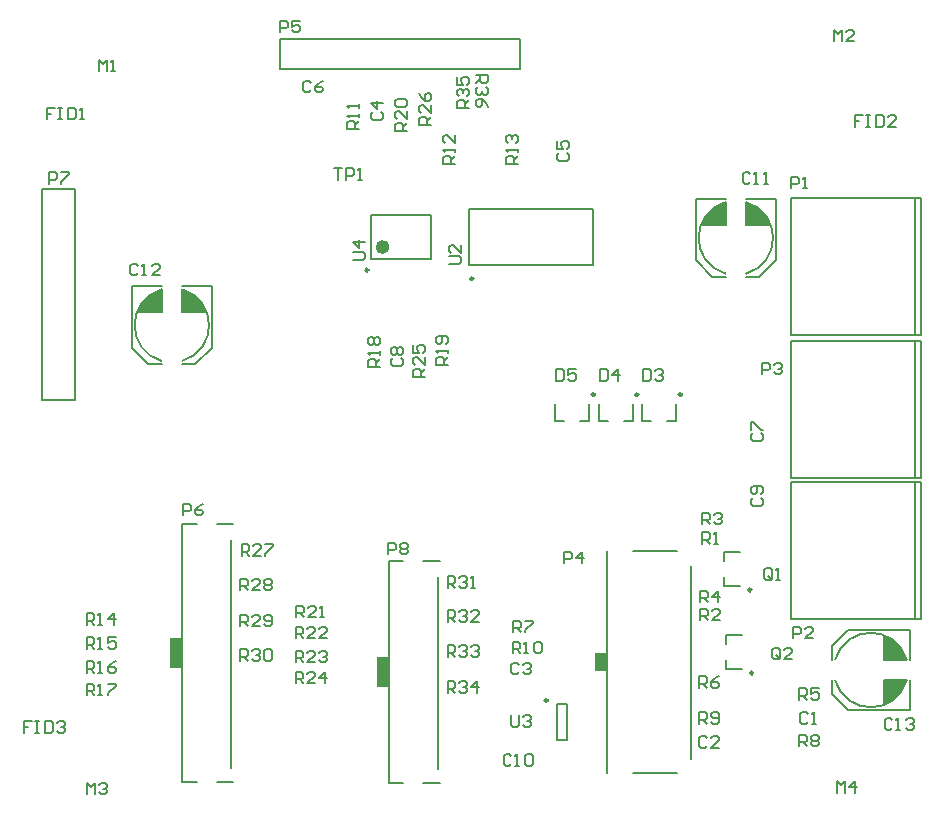
<source format=gto>
G04*
G04 #@! TF.GenerationSoftware,Altium Limited,Altium Designer,24.8.2 (39)*
G04*
G04 Layer_Color=65535*
%FSAX44Y44*%
%MOMM*%
G71*
G04*
G04 #@! TF.SameCoordinates,ED335716-89E2-4A76-9CEC-4F5FE7A58361*
G04*
G04*
G04 #@! TF.FilePolarity,Positive*
G04*
G01*
G75*
%ADD10C,0.2000*%
%ADD11C,0.2500*%
%ADD12C,0.6000*%
%ADD13R,1.0000X1.5000*%
%ADD14R,1.0000X2.5000*%
G36*
X00137550Y00436320D02*
Y00455320D01*
X00131050Y00452820D01*
X00125050Y00448820D01*
X00120550Y00443320D01*
X00116550Y00436320D01*
X00137550D01*
D02*
G37*
G36*
X00154550D02*
Y00455320D01*
X00161050Y00452820D01*
X00167050Y00448820D01*
X00171550Y00443320D01*
X00175550Y00436320D01*
X00154550D01*
D02*
G37*
G36*
X00615070Y00510240D02*
Y00529240D01*
X00608570Y00526740D01*
X00602570Y00522740D01*
X00598070Y00517240D01*
X00594070Y00510240D01*
X00615070D01*
D02*
G37*
G36*
X00748870Y00124850D02*
X00767870D01*
X00765370Y00118350D01*
X00761370Y00112350D01*
X00755870Y00107850D01*
X00748870Y00103850D01*
Y00124850D01*
D02*
G37*
G36*
Y00141850D02*
X00767870D01*
X00765370Y00148350D01*
X00761370Y00154350D01*
X00755870Y00158850D01*
X00748870Y00162850D01*
Y00141850D01*
D02*
G37*
G36*
X00632070Y00510240D02*
Y00529240D01*
X00638570Y00526740D01*
X00644570Y00522740D01*
X00649070Y00517240D01*
X00653070Y00510240D01*
X00632070D01*
D02*
G37*
D10*
X00632291Y00468971D02*
G03*
X00632157Y00529547I-00008722J00030268D01*
G01*
X00614983D02*
G03*
X00614849Y00468971I00008587J-00030307D01*
G01*
X00154771Y00395051D02*
G03*
X00154637Y00455627I-00008722J00030268D01*
G01*
X00137463D02*
G03*
X00137329Y00395051I00008587J-00030307D01*
G01*
X00707601Y00124628D02*
G03*
X00768177Y00124763I00030268J00008722D01*
G01*
Y00141937D02*
G03*
X00707601Y00142072I-00030307J-00008587D01*
G01*
X00237300Y00667700D02*
X00440500D01*
X00237300Y00642300D02*
X00440500D01*
X00237300D02*
Y00667700D01*
X00440500Y00642300D02*
Y00667700D01*
X00514400Y00234000D02*
X00514400Y00046000D01*
X00536400D02*
X00573400D01*
X00585400Y00058000D02*
Y00221000D01*
X00536400Y00234000D02*
X00573400D01*
X00589570Y00532240D02*
X00615070D01*
X00632070D02*
X00657570D01*
X00632070Y00466240D02*
X00643570D01*
X00603570D02*
X00615070D01*
X00632070Y00510240D02*
Y00529240D01*
Y00510240D02*
X00653070D01*
X00594070D02*
X00615070D01*
Y00529240D01*
X00589570Y00480240D02*
Y00532240D01*
X00657570Y00480240D02*
Y00532240D01*
X00643570Y00466240D02*
X00657570Y00480240D01*
X00589570D02*
X00603570Y00466240D01*
X00112050Y00458320D02*
X00137550D01*
X00154550D02*
X00180050D01*
X00154550Y00392320D02*
X00166050D01*
X00126050D02*
X00137550D01*
X00154550Y00436320D02*
Y00455320D01*
Y00436320D02*
X00175550D01*
X00116550D02*
X00137550D01*
Y00455320D01*
X00112050Y00406320D02*
Y00458320D01*
X00180050Y00406320D02*
Y00458320D01*
X00166050Y00392320D02*
X00180050Y00406320D01*
X00112050D02*
X00126050Y00392320D01*
X00770870Y00141850D02*
Y00167350D01*
Y00099350D02*
Y00124850D01*
X00704870Y00113350D02*
Y00124850D01*
Y00141850D02*
Y00153350D01*
X00748870Y00124850D02*
X00767870D01*
X00748870Y00103850D02*
Y00124850D01*
Y00141850D02*
Y00162850D01*
Y00141850D02*
X00767870D01*
X00718870Y00167350D02*
X00770870D01*
X00718870Y00099350D02*
X00770870D01*
X00704870Y00113350D02*
X00718870Y00099350D01*
X00704870Y00153350D02*
X00718870Y00167350D01*
X00775170Y00176950D02*
Y00292950D01*
X00670170Y00176950D02*
X00780170D01*
X00670170D02*
Y00292950D01*
X00780170D01*
Y00176950D02*
Y00292950D01*
X00470640Y00344310D02*
X00478390D01*
X00470640D02*
Y00358310D01*
X00491890Y00344310D02*
X00499640D01*
Y00358310D01*
X00330000Y00225500D02*
X00330000Y00037500D01*
X00342000D01*
X00330000Y00225500D02*
X00342000D01*
X00359000Y00037500D02*
X00373000D01*
X00359000Y00225500D02*
X00373000D01*
X00371000Y00049500D02*
Y00212500D01*
X00544300Y00344310D02*
X00552050D01*
X00544300D02*
Y00358310D01*
X00565550Y00344310D02*
X00573300D01*
Y00358310D01*
X00507470Y00344310D02*
X00515220D01*
X00507470D02*
Y00358310D01*
X00528720Y00344310D02*
X00536470D01*
Y00358310D01*
X00780000Y00417400D02*
Y00533400D01*
X00670000D02*
X00780000D01*
X00670000Y00417400D02*
Y00533400D01*
Y00417400D02*
X00780000D01*
X00775000D02*
Y00533400D01*
X00780170Y00296330D02*
Y00412330D01*
X00670170D02*
X00780170D01*
X00670170Y00296330D02*
Y00412330D01*
Y00296330D02*
X00780170D01*
X00775170D02*
Y00412330D01*
X00613250Y00204550D02*
X00627250D01*
X00613250D02*
Y00212300D01*
Y00233550D02*
X00627250D01*
X00613250Y00225800D02*
Y00233550D01*
X00614820Y00134090D02*
X00628820D01*
X00614820D02*
Y00141840D01*
Y00163090D02*
X00628820D01*
X00614820Y00155340D02*
Y00163090D01*
X00184000Y00256770D02*
X00198000D01*
X00184000Y00038770D02*
X00198000D01*
X00155000Y00256770D02*
X00167000D01*
X00155000Y00038770D02*
X00167000D01*
X00155000Y00256770D02*
X00155000Y00038770D01*
X00196000Y00050770D02*
Y00243770D01*
X00481000Y00074500D02*
Y00104500D01*
X00472000Y00074500D02*
Y00104500D01*
Y00074500D02*
X00481000D01*
X00472000Y00104500D02*
X00481000D01*
X00036100Y00540200D02*
X00064000D01*
X00036000Y00540100D02*
X00036100Y00540200D01*
X00036000Y00362300D02*
Y00540100D01*
X00064000Y00362300D02*
Y00540100D01*
X00036000Y00362300D02*
X00064000D01*
X00365500Y00481500D02*
Y00518500D01*
X00314500Y00481500D02*
Y00518500D01*
X00365500D01*
X00314500Y00481500D02*
X00365500D01*
X00502500Y00476000D02*
Y00524000D01*
X00397500Y00476000D02*
Y00524000D01*
X00502500D01*
X00397500Y00476000D02*
X00502500D01*
X00403942Y00636899D02*
X00413938D01*
Y00631901D01*
X00412272Y00630234D01*
X00408940D01*
X00407274Y00631901D01*
Y00636899D01*
Y00633567D02*
X00403942Y00630234D01*
X00412272Y00626902D02*
X00413938Y00625236D01*
Y00621904D01*
X00412272Y00620238D01*
X00410606D01*
X00408940Y00621904D01*
Y00623570D01*
Y00621904D01*
X00407274Y00620238D01*
X00405608D01*
X00403942Y00621904D01*
Y00625236D01*
X00405608Y00626902D01*
X00413938Y00610241D02*
X00412272Y00613573D01*
X00408940Y00616905D01*
X00405608D01*
X00403942Y00615239D01*
Y00611907D01*
X00405608Y00610241D01*
X00407274D01*
X00408940Y00611907D01*
Y00616905D01*
X00397428Y00608971D02*
X00387432D01*
Y00613969D01*
X00389098Y00615635D01*
X00392430D01*
X00394096Y00613969D01*
Y00608971D01*
Y00612303D02*
X00397428Y00615635D01*
X00389098Y00618968D02*
X00387432Y00620634D01*
Y00623966D01*
X00389098Y00625632D01*
X00390764D01*
X00392430Y00623966D01*
Y00622300D01*
Y00623966D01*
X00394096Y00625632D01*
X00395762D01*
X00397428Y00623966D01*
Y00620634D01*
X00395762Y00618968D01*
X00387432Y00635629D02*
Y00628965D01*
X00392430D01*
X00390764Y00632297D01*
Y00633963D01*
X00392430Y00635629D01*
X00395762D01*
X00397428Y00633963D01*
Y00630631D01*
X00395762Y00628965D01*
X00471678Y00388457D02*
Y00378460D01*
X00476676D01*
X00478343Y00380126D01*
Y00386791D01*
X00476676Y00388457D01*
X00471678D01*
X00488339D02*
X00481675D01*
Y00383458D01*
X00485007Y00385125D01*
X00486673D01*
X00488339Y00383458D01*
Y00380126D01*
X00486673Y00378460D01*
X00483341D01*
X00481675Y00380126D01*
X00329489Y00231222D02*
Y00241218D01*
X00334488D01*
X00336154Y00239552D01*
Y00236220D01*
X00334488Y00234554D01*
X00329489D01*
X00339486Y00239552D02*
X00341152Y00241218D01*
X00344484D01*
X00346151Y00239552D01*
Y00237886D01*
X00344484Y00236220D01*
X00346151Y00234554D01*
Y00232888D01*
X00344484Y00231222D01*
X00341152D01*
X00339486Y00232888D01*
Y00234554D01*
X00341152Y00236220D01*
X00339486Y00237886D01*
Y00239552D01*
X00341152Y00236220D02*
X00344484D01*
X00379476Y00114300D02*
Y00124297D01*
X00384474D01*
X00386141Y00122631D01*
Y00119298D01*
X00384474Y00117632D01*
X00379476D01*
X00382808D02*
X00386141Y00114300D01*
X00389473Y00122631D02*
X00391139Y00124297D01*
X00394471D01*
X00396137Y00122631D01*
Y00120964D01*
X00394471Y00119298D01*
X00392805D01*
X00394471D01*
X00396137Y00117632D01*
Y00115966D01*
X00394471Y00114300D01*
X00391139D01*
X00389473Y00115966D01*
X00404468Y00114300D02*
Y00124297D01*
X00399470Y00119298D01*
X00406134D01*
X00379476Y00144780D02*
Y00154777D01*
X00384474D01*
X00386141Y00153111D01*
Y00149778D01*
X00384474Y00148112D01*
X00379476D01*
X00382808D02*
X00386141Y00144780D01*
X00389473Y00153111D02*
X00391139Y00154777D01*
X00394471D01*
X00396137Y00153111D01*
Y00151445D01*
X00394471Y00149778D01*
X00392805D01*
X00394471D01*
X00396137Y00148112D01*
Y00146446D01*
X00394471Y00144780D01*
X00391139D01*
X00389473Y00146446D01*
X00399470Y00153111D02*
X00401136Y00154777D01*
X00404468D01*
X00406134Y00153111D01*
Y00151445D01*
X00404468Y00149778D01*
X00402802D01*
X00404468D01*
X00406134Y00148112D01*
Y00146446D01*
X00404468Y00144780D01*
X00401136D01*
X00399470Y00146446D01*
X00379476Y00173990D02*
Y00183987D01*
X00384474D01*
X00386141Y00182321D01*
Y00178988D01*
X00384474Y00177322D01*
X00379476D01*
X00382808D02*
X00386141Y00173990D01*
X00389473Y00182321D02*
X00391139Y00183987D01*
X00394471D01*
X00396137Y00182321D01*
Y00180655D01*
X00394471Y00178988D01*
X00392805D01*
X00394471D01*
X00396137Y00177322D01*
Y00175656D01*
X00394471Y00173990D01*
X00391139D01*
X00389473Y00175656D01*
X00406134Y00173990D02*
X00399470D01*
X00406134Y00180655D01*
Y00182321D01*
X00404468Y00183987D01*
X00401136D01*
X00399470Y00182321D01*
X00379476Y00203200D02*
Y00213197D01*
X00384474D01*
X00386141Y00211531D01*
Y00208198D01*
X00384474Y00206532D01*
X00379476D01*
X00382808D02*
X00386141Y00203200D01*
X00389473Y00211531D02*
X00391139Y00213197D01*
X00394471D01*
X00396137Y00211531D01*
Y00209865D01*
X00394471Y00208198D01*
X00392805D01*
X00394471D01*
X00396137Y00206532D01*
Y00204866D01*
X00394471Y00203200D01*
X00391139D01*
X00389473Y00204866D01*
X00399470Y00203200D02*
X00402802D01*
X00401136D01*
Y00213197D01*
X00399470Y00211531D01*
X00203841Y00141052D02*
Y00151048D01*
X00208839D01*
X00210506Y00149382D01*
Y00146050D01*
X00208839Y00144384D01*
X00203841D01*
X00207173D02*
X00210506Y00141052D01*
X00213838Y00149382D02*
X00215504Y00151048D01*
X00218836D01*
X00220502Y00149382D01*
Y00147716D01*
X00218836Y00146050D01*
X00217170D01*
X00218836D01*
X00220502Y00144384D01*
Y00142718D01*
X00218836Y00141052D01*
X00215504D01*
X00213838Y00142718D01*
X00223834Y00149382D02*
X00225501Y00151048D01*
X00228833D01*
X00230499Y00149382D01*
Y00142718D01*
X00228833Y00141052D01*
X00225501D01*
X00223834Y00142718D01*
Y00149382D01*
X00203841Y00170262D02*
Y00180258D01*
X00208839D01*
X00210506Y00178592D01*
Y00175260D01*
X00208839Y00173594D01*
X00203841D01*
X00207173D02*
X00210506Y00170262D01*
X00220502D02*
X00213838D01*
X00220502Y00176926D01*
Y00178592D01*
X00218836Y00180258D01*
X00215504D01*
X00213838Y00178592D01*
X00223834Y00171928D02*
X00225501Y00170262D01*
X00228833D01*
X00230499Y00171928D01*
Y00178592D01*
X00228833Y00180258D01*
X00225501D01*
X00223834Y00178592D01*
Y00176926D01*
X00225501Y00175260D01*
X00230499D01*
X00203841Y00200742D02*
Y00210738D01*
X00208839D01*
X00210506Y00209072D01*
Y00205740D01*
X00208839Y00204074D01*
X00203841D01*
X00207173D02*
X00210506Y00200742D01*
X00220502D02*
X00213838D01*
X00220502Y00207406D01*
Y00209072D01*
X00218836Y00210738D01*
X00215504D01*
X00213838Y00209072D01*
X00223834D02*
X00225501Y00210738D01*
X00228833D01*
X00230499Y00209072D01*
Y00207406D01*
X00228833Y00205740D01*
X00230499Y00204074D01*
Y00202408D01*
X00228833Y00200742D01*
X00225501D01*
X00223834Y00202408D01*
Y00204074D01*
X00225501Y00205740D01*
X00223834Y00207406D01*
Y00209072D01*
X00225501Y00205740D02*
X00228833D01*
X00205111Y00229952D02*
Y00239948D01*
X00210109D01*
X00211775Y00238282D01*
Y00234950D01*
X00210109Y00233284D01*
X00205111D01*
X00208443D02*
X00211775Y00229952D01*
X00221772D02*
X00215108D01*
X00221772Y00236616D01*
Y00238282D01*
X00220106Y00239948D01*
X00216774D01*
X00215108Y00238282D01*
X00225105Y00239948D02*
X00231769D01*
Y00238282D01*
X00225105Y00231618D01*
Y00229952D01*
X00508508Y00388457D02*
Y00378460D01*
X00513506D01*
X00515173Y00380126D01*
Y00386791D01*
X00513506Y00388457D01*
X00508508D01*
X00523503Y00378460D02*
Y00388457D01*
X00518505Y00383458D01*
X00525169D01*
X00545338Y00388457D02*
Y00378460D01*
X00550336D01*
X00552002Y00380126D01*
Y00386791D01*
X00550336Y00388457D01*
X00545338D01*
X00555335Y00386791D02*
X00557001Y00388457D01*
X00560333D01*
X00561999Y00386791D01*
Y00385125D01*
X00560333Y00383458D01*
X00558667D01*
X00560333D01*
X00561999Y00381792D01*
Y00380126D01*
X00560333Y00378460D01*
X00557001D01*
X00555335Y00380126D01*
X00756169Y00090962D02*
X00754502Y00092628D01*
X00751170D01*
X00749504Y00090962D01*
Y00084298D01*
X00751170Y00082632D01*
X00754502D01*
X00756169Y00084298D01*
X00759501Y00082632D02*
X00762833D01*
X00761167D01*
Y00092628D01*
X00759501Y00090962D01*
X00767831D02*
X00769498Y00092628D01*
X00772830D01*
X00774496Y00090962D01*
Y00089296D01*
X00772830Y00087630D01*
X00771164D01*
X00772830D01*
X00774496Y00085964D01*
Y00084298D01*
X00772830Y00082632D01*
X00769498D01*
X00767831Y00084298D01*
X00117359Y00475772D02*
X00115692Y00477438D01*
X00112360D01*
X00110694Y00475772D01*
Y00469108D01*
X00112360Y00467442D01*
X00115692D01*
X00117359Y00469108D01*
X00120691Y00467442D02*
X00124023D01*
X00122357D01*
Y00477438D01*
X00120691Y00475772D01*
X00135686Y00467442D02*
X00129022D01*
X00135686Y00474106D01*
Y00475772D01*
X00134020Y00477438D01*
X00130688D01*
X00129022Y00475772D01*
X00635915Y00553242D02*
X00634249Y00554908D01*
X00630916D01*
X00629250Y00553242D01*
Y00546578D01*
X00630916Y00544912D01*
X00634249D01*
X00635915Y00546578D01*
X00639247Y00544912D02*
X00642579D01*
X00640913D01*
Y00554908D01*
X00639247Y00553242D01*
X00647578Y00544912D02*
X00650910D01*
X00649244D01*
Y00554908D01*
X00647578Y00553242D01*
X00381082Y00476809D02*
X00389412D01*
X00391078Y00478475D01*
Y00481808D01*
X00389412Y00483474D01*
X00381082D01*
X00391078Y00493471D02*
Y00486806D01*
X00384414Y00493471D01*
X00382748D01*
X00381082Y00491805D01*
Y00488472D01*
X00382748Y00486806D01*
X00299802Y00480619D02*
X00308132D01*
X00309798Y00482285D01*
Y00485618D01*
X00308132Y00487284D01*
X00299802D01*
X00309798Y00495615D02*
X00299802D01*
X00304800Y00490616D01*
Y00497281D01*
X00433629Y00095168D02*
Y00086838D01*
X00435295Y00085172D01*
X00438628D01*
X00440294Y00086838D01*
Y00095168D01*
X00443626Y00093502D02*
X00445292Y00095168D01*
X00448624D01*
X00450291Y00093502D01*
Y00091836D01*
X00448624Y00090170D01*
X00446958D01*
X00448624D01*
X00450291Y00088504D01*
Y00086838D01*
X00448624Y00085172D01*
X00445292D01*
X00443626Y00086838D01*
X00283718Y00558383D02*
X00290382D01*
X00287050D01*
Y00548386D01*
X00293715D02*
Y00558383D01*
X00298713D01*
X00300379Y00556717D01*
Y00553384D01*
X00298713Y00551718D01*
X00293715D01*
X00303712Y00548386D02*
X00307044D01*
X00305378D01*
Y00558383D01*
X00303712Y00556717D01*
X00365678Y00595001D02*
X00355682D01*
Y00599999D01*
X00357348Y00601665D01*
X00360680D01*
X00362346Y00599999D01*
Y00595001D01*
Y00598333D02*
X00365678Y00601665D01*
Y00611662D02*
Y00604998D01*
X00359014Y00611662D01*
X00357348D01*
X00355682Y00609996D01*
Y00606664D01*
X00357348Y00604998D01*
X00355682Y00621659D02*
X00357348Y00618327D01*
X00360680Y00614995D01*
X00364012D01*
X00365678Y00616661D01*
Y00619993D01*
X00364012Y00621659D01*
X00362346D01*
X00360680Y00619993D01*
Y00614995D01*
X00360598Y00381641D02*
X00350602D01*
Y00386639D01*
X00352268Y00388306D01*
X00355600D01*
X00357266Y00386639D01*
Y00381641D01*
Y00384973D02*
X00360598Y00388306D01*
Y00398302D02*
Y00391638D01*
X00353934Y00398302D01*
X00352268D01*
X00350602Y00396636D01*
Y00393304D01*
X00352268Y00391638D01*
X00350602Y00408299D02*
Y00401634D01*
X00355600D01*
X00353934Y00404967D01*
Y00406633D01*
X00355600Y00408299D01*
X00358932D01*
X00360598Y00406633D01*
Y00403301D01*
X00358932Y00401634D01*
X00250831Y00122002D02*
Y00131998D01*
X00255829D01*
X00257495Y00130332D01*
Y00127000D01*
X00255829Y00125334D01*
X00250831D01*
X00254163D02*
X00257495Y00122002D01*
X00267492D02*
X00260828D01*
X00267492Y00128666D01*
Y00130332D01*
X00265826Y00131998D01*
X00262494D01*
X00260828Y00130332D01*
X00275823Y00122002D02*
Y00131998D01*
X00270825Y00127000D01*
X00277489D01*
X00250831Y00139782D02*
Y00149778D01*
X00255829D01*
X00257495Y00148112D01*
Y00144780D01*
X00255829Y00143114D01*
X00250831D01*
X00254163D02*
X00257495Y00139782D01*
X00267492D02*
X00260828D01*
X00267492Y00146446D01*
Y00148112D01*
X00265826Y00149778D01*
X00262494D01*
X00260828Y00148112D01*
X00270825D02*
X00272491Y00149778D01*
X00275823D01*
X00277489Y00148112D01*
Y00146446D01*
X00275823Y00144780D01*
X00274157D01*
X00275823D01*
X00277489Y00143114D01*
Y00141448D01*
X00275823Y00139782D01*
X00272491D01*
X00270825Y00141448D01*
X00250831Y00160102D02*
Y00170098D01*
X00255829D01*
X00257495Y00168432D01*
Y00165100D01*
X00255829Y00163434D01*
X00250831D01*
X00254163D02*
X00257495Y00160102D01*
X00267492D02*
X00260828D01*
X00267492Y00166766D01*
Y00168432D01*
X00265826Y00170098D01*
X00262494D01*
X00260828Y00168432D01*
X00277489Y00160102D02*
X00270825D01*
X00277489Y00166766D01*
Y00168432D01*
X00275823Y00170098D01*
X00272491D01*
X00270825Y00168432D01*
X00251227Y00177882D02*
Y00187878D01*
X00256225D01*
X00257892Y00186212D01*
Y00182880D01*
X00256225Y00181214D01*
X00251227D01*
X00254559D02*
X00257892Y00177882D01*
X00267888D02*
X00261224D01*
X00267888Y00184546D01*
Y00186212D01*
X00266222Y00187878D01*
X00262890D01*
X00261224Y00186212D01*
X00271221Y00177882D02*
X00274553D01*
X00272887D01*
Y00187878D01*
X00271221Y00186212D01*
X00345358Y00589921D02*
X00335362D01*
Y00594919D01*
X00337028Y00596586D01*
X00340360D01*
X00342026Y00594919D01*
Y00589921D01*
Y00593253D02*
X00345358Y00596586D01*
Y00606582D02*
Y00599918D01*
X00338694Y00606582D01*
X00337028D01*
X00335362Y00604916D01*
Y00601584D01*
X00337028Y00599918D01*
Y00609915D02*
X00335362Y00611581D01*
Y00614913D01*
X00337028Y00616579D01*
X00343692D01*
X00345358Y00614913D01*
Y00611581D01*
X00343692Y00609915D01*
X00337028D01*
X00379648Y00391364D02*
X00369652D01*
Y00396362D01*
X00371318Y00398028D01*
X00374650D01*
X00376316Y00396362D01*
Y00391364D01*
Y00394696D02*
X00379648Y00398028D01*
Y00401361D02*
Y00404693D01*
Y00403027D01*
X00369652D01*
X00371318Y00401361D01*
X00377982Y00409692D02*
X00379648Y00411358D01*
Y00414690D01*
X00377982Y00416356D01*
X00371318D01*
X00369652Y00414690D01*
Y00411358D01*
X00371318Y00409692D01*
X00372984D01*
X00374650Y00411358D01*
Y00416356D01*
X00322498Y00390094D02*
X00312502D01*
Y00395092D01*
X00314168Y00396758D01*
X00317500D01*
X00319166Y00395092D01*
Y00390094D01*
Y00393426D02*
X00322498Y00396758D01*
Y00400091D02*
Y00403423D01*
Y00401757D01*
X00312502D01*
X00314168Y00400091D01*
Y00408422D02*
X00312502Y00410088D01*
Y00413420D01*
X00314168Y00415086D01*
X00315834D01*
X00317500Y00413420D01*
X00319166Y00415086D01*
X00320832D01*
X00322498Y00413420D01*
Y00410088D01*
X00320832Y00408422D01*
X00319166D01*
X00317500Y00410088D01*
X00315834Y00408422D01*
X00314168D01*
X00317500Y00410088D02*
Y00413420D01*
X00073864Y00111842D02*
Y00121838D01*
X00078862D01*
X00080528Y00120172D01*
Y00116840D01*
X00078862Y00115174D01*
X00073864D01*
X00077196D02*
X00080528Y00111842D01*
X00083861D02*
X00087193D01*
X00085527D01*
Y00121838D01*
X00083861Y00120172D01*
X00092191Y00121838D02*
X00098856D01*
Y00120172D01*
X00092191Y00113508D01*
Y00111842D01*
X00073864Y00130892D02*
Y00140888D01*
X00078862D01*
X00080528Y00139222D01*
Y00135890D01*
X00078862Y00134224D01*
X00073864D01*
X00077196D02*
X00080528Y00130892D01*
X00083861D02*
X00087193D01*
X00085527D01*
Y00140888D01*
X00083861Y00139222D01*
X00098856Y00140888D02*
X00095524Y00139222D01*
X00092191Y00135890D01*
Y00132558D01*
X00093858Y00130892D01*
X00097190D01*
X00098856Y00132558D01*
Y00134224D01*
X00097190Y00135890D01*
X00092191D01*
X00073864Y00151212D02*
Y00161208D01*
X00078862D01*
X00080528Y00159542D01*
Y00156210D01*
X00078862Y00154544D01*
X00073864D01*
X00077196D02*
X00080528Y00151212D01*
X00083861D02*
X00087193D01*
X00085527D01*
Y00161208D01*
X00083861Y00159542D01*
X00098856Y00161208D02*
X00092191D01*
Y00156210D01*
X00095524Y00157876D01*
X00097190D01*
X00098856Y00156210D01*
Y00152878D01*
X00097190Y00151212D01*
X00093858D01*
X00092191Y00152878D01*
X00073864Y00171532D02*
Y00181528D01*
X00078862D01*
X00080528Y00179862D01*
Y00176530D01*
X00078862Y00174864D01*
X00073864D01*
X00077196D02*
X00080528Y00171532D01*
X00083861D02*
X00087193D01*
X00085527D01*
Y00181528D01*
X00083861Y00179862D01*
X00097190Y00171532D02*
Y00181528D01*
X00092191Y00176530D01*
X00098856D01*
X00439338Y00561544D02*
X00429342D01*
Y00566542D01*
X00431008Y00568209D01*
X00434340D01*
X00436006Y00566542D01*
Y00561544D01*
Y00564876D02*
X00439338Y00568209D01*
Y00571541D02*
Y00574873D01*
Y00573207D01*
X00429342D01*
X00431008Y00571541D01*
Y00579871D02*
X00429342Y00581538D01*
Y00584870D01*
X00431008Y00586536D01*
X00432674D01*
X00434340Y00584870D01*
Y00583204D01*
Y00584870D01*
X00436006Y00586536D01*
X00437672D01*
X00439338Y00584870D01*
Y00581538D01*
X00437672Y00579871D01*
X00385998Y00561544D02*
X00376002D01*
Y00566542D01*
X00377668Y00568209D01*
X00381000D01*
X00382666Y00566542D01*
Y00561544D01*
Y00564876D02*
X00385998Y00568209D01*
Y00571541D02*
Y00574873D01*
Y00573207D01*
X00376002D01*
X00377668Y00571541D01*
X00385998Y00586536D02*
Y00579871D01*
X00379334Y00586536D01*
X00377668D01*
X00376002Y00584870D01*
Y00581538D01*
X00377668Y00579871D01*
X00304718Y00591150D02*
X00294722D01*
Y00596148D01*
X00296388Y00597815D01*
X00299720D01*
X00301386Y00596148D01*
Y00591150D01*
Y00594482D02*
X00304718Y00597815D01*
Y00601147D02*
Y00604479D01*
Y00602813D01*
X00294722D01*
X00296388Y00601147D01*
X00304718Y00609478D02*
Y00612810D01*
Y00611144D01*
X00294722D01*
X00296388Y00609478D01*
X00434544Y00147402D02*
Y00157398D01*
X00439542D01*
X00441208Y00155732D01*
Y00152400D01*
X00439542Y00150734D01*
X00434544D01*
X00437876D02*
X00441208Y00147402D01*
X00444541D02*
X00447873D01*
X00446207D01*
Y00157398D01*
X00444541Y00155732D01*
X00452872D02*
X00454538Y00157398D01*
X00457870D01*
X00459536Y00155732D01*
Y00149068D01*
X00457870Y00147402D01*
X00454538D01*
X00452872Y00149068D01*
Y00155732D01*
X00592379Y00087712D02*
Y00097708D01*
X00597378D01*
X00599044Y00096042D01*
Y00092710D01*
X00597378Y00091044D01*
X00592379D01*
X00595712D02*
X00599044Y00087712D01*
X00602376Y00089378D02*
X00604042Y00087712D01*
X00607374D01*
X00609041Y00089378D01*
Y00096042D01*
X00607374Y00097708D01*
X00604042D01*
X00602376Y00096042D01*
Y00094376D01*
X00604042Y00092710D01*
X00609041D01*
X00677469Y00068662D02*
Y00078658D01*
X00682468D01*
X00684134Y00076992D01*
Y00073660D01*
X00682468Y00071994D01*
X00677469D01*
X00680802D02*
X00684134Y00068662D01*
X00687466Y00076992D02*
X00689132Y00078658D01*
X00692465D01*
X00694131Y00076992D01*
Y00075326D01*
X00692465Y00073660D01*
X00694131Y00071994D01*
Y00070328D01*
X00692465Y00068662D01*
X00689132D01*
X00687466Y00070328D01*
Y00071994D01*
X00689132Y00073660D01*
X00687466Y00075326D01*
Y00076992D01*
X00689132Y00073660D02*
X00692465D01*
X00434899Y00165182D02*
Y00175178D01*
X00439898D01*
X00441564Y00173512D01*
Y00170180D01*
X00439898Y00168514D01*
X00434899D01*
X00438232D02*
X00441564Y00165182D01*
X00444896Y00175178D02*
X00451561D01*
Y00173512D01*
X00444896Y00166848D01*
Y00165182D01*
X00592379Y00118192D02*
Y00128188D01*
X00597378D01*
X00599044Y00126522D01*
Y00123190D01*
X00597378Y00121524D01*
X00592379D01*
X00595712D02*
X00599044Y00118192D01*
X00609041Y00128188D02*
X00605708Y00126522D01*
X00602376Y00123190D01*
Y00119858D01*
X00604042Y00118192D01*
X00607374D01*
X00609041Y00119858D01*
Y00121524D01*
X00607374Y00123190D01*
X00602376D01*
X00677469Y00108032D02*
Y00118028D01*
X00682468D01*
X00684134Y00116362D01*
Y00113030D01*
X00682468Y00111364D01*
X00677469D01*
X00680802D02*
X00684134Y00108032D01*
X00694131Y00118028D02*
X00687466D01*
Y00113030D01*
X00690798Y00114696D01*
X00692465D01*
X00694131Y00113030D01*
Y00109698D01*
X00692465Y00108032D01*
X00689132D01*
X00687466Y00109698D01*
X00593649Y00190582D02*
Y00200578D01*
X00598648D01*
X00600314Y00198912D01*
Y00195580D01*
X00598648Y00193914D01*
X00593649D01*
X00596982D02*
X00600314Y00190582D01*
X00608644D02*
Y00200578D01*
X00603646Y00195580D01*
X00610311D01*
X00594919Y00256622D02*
Y00266618D01*
X00599918D01*
X00601584Y00264952D01*
Y00261620D01*
X00599918Y00259954D01*
X00594919D01*
X00598252D02*
X00601584Y00256622D01*
X00604916Y00264952D02*
X00606582Y00266618D01*
X00609915D01*
X00611581Y00264952D01*
Y00263286D01*
X00609915Y00261620D01*
X00608248D01*
X00609915D01*
X00611581Y00259954D01*
Y00258288D01*
X00609915Y00256622D01*
X00606582D01*
X00604916Y00258288D01*
X00593649Y00175342D02*
Y00185338D01*
X00598648D01*
X00600314Y00183672D01*
Y00180340D01*
X00598648Y00178674D01*
X00593649D01*
X00596982D02*
X00600314Y00175342D01*
X00610311D02*
X00603646D01*
X00610311Y00182006D01*
Y00183672D01*
X00608644Y00185338D01*
X00605312D01*
X00603646Y00183672D01*
X00595316Y00240112D02*
Y00250108D01*
X00600314D01*
X00601980Y00248442D01*
Y00245110D01*
X00600314Y00243444D01*
X00595316D01*
X00598648D02*
X00601980Y00240112D01*
X00605312D02*
X00608644D01*
X00606978D01*
Y00250108D01*
X00605312Y00248442D01*
X00661274Y00143988D02*
Y00150652D01*
X00659608Y00152318D01*
X00656275D01*
X00654609Y00150652D01*
Y00143988D01*
X00656275Y00142322D01*
X00659608D01*
X00657942Y00145654D02*
X00661274Y00142322D01*
X00659608D02*
X00661274Y00143988D01*
X00671271Y00142322D02*
X00664606D01*
X00671271Y00148986D01*
Y00150652D01*
X00669604Y00152318D01*
X00666272D01*
X00664606Y00150652D01*
X00654050Y00211298D02*
Y00217962D01*
X00652384Y00219628D01*
X00649052D01*
X00647385Y00217962D01*
Y00211298D01*
X00649052Y00209632D01*
X00652384D01*
X00650718Y00212964D02*
X00654050Y00209632D01*
X00652384D02*
X00654050Y00211298D01*
X00657382Y00209632D02*
X00660714D01*
X00659048D01*
Y00219628D01*
X00657382Y00217962D01*
X00042469Y00544912D02*
Y00554908D01*
X00047468D01*
X00049134Y00553242D01*
Y00549910D01*
X00047468Y00548244D01*
X00042469D01*
X00052466Y00554908D02*
X00059131D01*
Y00553242D01*
X00052466Y00546578D01*
Y00544912D01*
X00155499Y00264242D02*
Y00274238D01*
X00160498D01*
X00162164Y00272572D01*
Y00269240D01*
X00160498Y00267574D01*
X00155499D01*
X00172161Y00274238D02*
X00168828Y00272572D01*
X00165496Y00269240D01*
Y00265908D01*
X00167162Y00264242D01*
X00170494D01*
X00172161Y00265908D01*
Y00267574D01*
X00170494Y00269240D01*
X00165496D01*
X00238049Y00673182D02*
Y00683178D01*
X00243048D01*
X00244714Y00681512D01*
Y00678180D01*
X00243048Y00676514D01*
X00238049D01*
X00254711Y00683178D02*
X00248046D01*
Y00678180D01*
X00251378Y00679846D01*
X00253044D01*
X00254711Y00678180D01*
Y00674848D01*
X00253044Y00673182D01*
X00249712D01*
X00248046Y00674848D01*
X00478079Y00223602D02*
Y00233598D01*
X00483078D01*
X00484744Y00231932D01*
Y00228600D01*
X00483078Y00226934D01*
X00478079D01*
X00493074Y00223602D02*
Y00233598D01*
X00488076Y00228600D01*
X00494741D01*
X00645719Y00383622D02*
Y00393618D01*
X00650718D01*
X00652384Y00391952D01*
Y00388620D01*
X00650718Y00386954D01*
X00645719D01*
X00655716Y00391952D02*
X00657382Y00393618D01*
X00660714D01*
X00662381Y00391952D01*
Y00390286D01*
X00660714Y00388620D01*
X00659048D01*
X00660714D01*
X00662381Y00386954D01*
Y00385288D01*
X00660714Y00383622D01*
X00657382D01*
X00655716Y00385288D01*
X00672389Y00160102D02*
Y00170098D01*
X00677388D01*
X00679054Y00168432D01*
Y00165100D01*
X00677388Y00163434D01*
X00672389D01*
X00689051Y00160102D02*
X00682386D01*
X00689051Y00166766D01*
Y00168432D01*
X00687384Y00170098D01*
X00684052D01*
X00682386Y00168432D01*
X00670246Y00541102D02*
Y00551098D01*
X00675244D01*
X00676910Y00549432D01*
Y00546100D01*
X00675244Y00544434D01*
X00670246D01*
X00680242Y00541102D02*
X00683575D01*
X00681908D01*
Y00551098D01*
X00680242Y00549432D01*
X00709219Y00029292D02*
Y00039288D01*
X00712552Y00035956D01*
X00715884Y00039288D01*
Y00029292D01*
X00724214D02*
Y00039288D01*
X00719216Y00034290D01*
X00725881D01*
X00074219Y00028022D02*
Y00038018D01*
X00077552Y00034686D01*
X00080884Y00038018D01*
Y00028022D01*
X00084216Y00036352D02*
X00085882Y00038018D01*
X00089214D01*
X00090881Y00036352D01*
Y00034686D01*
X00089214Y00033020D01*
X00087548D01*
X00089214D01*
X00090881Y00031354D01*
Y00029688D01*
X00089214Y00028022D01*
X00085882D01*
X00084216Y00029688D01*
X00706679Y00665562D02*
Y00675558D01*
X00710012Y00672226D01*
X00713344Y00675558D01*
Y00665562D01*
X00723341D02*
X00716676D01*
X00723341Y00672226D01*
Y00673892D01*
X00721674Y00675558D01*
X00718342D01*
X00716676Y00673892D01*
X00084775Y00640162D02*
Y00650158D01*
X00088108Y00646826D01*
X00091440Y00650158D01*
Y00640162D01*
X00094772D02*
X00098104D01*
X00096438D01*
Y00650158D01*
X00094772Y00648492D01*
X00027270Y00090088D02*
X00020606D01*
Y00085090D01*
X00023938D01*
X00020606D01*
Y00080092D01*
X00030602Y00090088D02*
X00033935D01*
X00032269D01*
Y00080092D01*
X00030602D01*
X00033935D01*
X00038933Y00090088D02*
Y00080092D01*
X00043931D01*
X00045598Y00081758D01*
Y00088422D01*
X00043931Y00090088D01*
X00038933D01*
X00048930Y00088422D02*
X00050596Y00090088D01*
X00053928D01*
X00055594Y00088422D01*
Y00086756D01*
X00053928Y00085090D01*
X00052262D01*
X00053928D01*
X00055594Y00083424D01*
Y00081758D01*
X00053928Y00080092D01*
X00050596D01*
X00048930Y00081758D01*
X00730850Y00603168D02*
X00724186D01*
Y00598170D01*
X00727518D01*
X00724186D01*
Y00593172D01*
X00734182Y00603168D02*
X00737515D01*
X00735849D01*
Y00593172D01*
X00734182D01*
X00737515D01*
X00742513Y00603168D02*
Y00593172D01*
X00747512D01*
X00749178Y00594838D01*
Y00601502D01*
X00747512Y00603168D01*
X00742513D01*
X00759174Y00593172D02*
X00752510D01*
X00759174Y00599836D01*
Y00601502D01*
X00757508Y00603168D01*
X00754176D01*
X00752510Y00601502D01*
X00046716Y00609518D02*
X00040052D01*
Y00604520D01*
X00043384D01*
X00040052D01*
Y00599522D01*
X00050049Y00609518D02*
X00053381D01*
X00051715D01*
Y00599522D01*
X00050049D01*
X00053381D01*
X00058379Y00609518D02*
Y00599522D01*
X00063378D01*
X00065044Y00601188D01*
Y00607852D01*
X00063378Y00609518D01*
X00058379D01*
X00068376Y00599522D02*
X00071708D01*
X00070042D01*
Y00609518D01*
X00068376Y00607852D01*
X00433588Y00060482D02*
X00431922Y00062148D01*
X00428590D01*
X00426924Y00060482D01*
Y00053818D01*
X00428590Y00052152D01*
X00431922D01*
X00433588Y00053818D01*
X00436921Y00052152D02*
X00440253D01*
X00438587D01*
Y00062148D01*
X00436921Y00060482D01*
X00445252D02*
X00446918Y00062148D01*
X00450250D01*
X00451916Y00060482D01*
Y00053818D01*
X00450250Y00052152D01*
X00446918D01*
X00445252Y00053818D01*
Y00060482D01*
X00638018Y00279004D02*
X00636352Y00277338D01*
Y00274006D01*
X00638018Y00272339D01*
X00644682D01*
X00646348Y00274006D01*
Y00277338D01*
X00644682Y00279004D01*
Y00282336D02*
X00646348Y00284002D01*
Y00287334D01*
X00644682Y00289001D01*
X00638018D01*
X00636352Y00287334D01*
Y00284002D01*
X00638018Y00282336D01*
X00639684D01*
X00641350Y00284002D01*
Y00289001D01*
X00333218Y00397114D02*
X00331552Y00395448D01*
Y00392116D01*
X00333218Y00390449D01*
X00339882D01*
X00341548Y00392116D01*
Y00395448D01*
X00339882Y00397114D01*
X00333218Y00400446D02*
X00331552Y00402112D01*
Y00405444D01*
X00333218Y00407111D01*
X00334884D01*
X00336550Y00405444D01*
X00338216Y00407111D01*
X00339882D01*
X00341548Y00405444D01*
Y00402112D01*
X00339882Y00400446D01*
X00338216D01*
X00336550Y00402112D01*
X00334884Y00400446D01*
X00333218D01*
X00336550Y00402112D02*
Y00405444D01*
X00638018Y00333614D02*
X00636352Y00331948D01*
Y00328615D01*
X00638018Y00326949D01*
X00644682D01*
X00646348Y00328615D01*
Y00331948D01*
X00644682Y00333614D01*
X00636352Y00336946D02*
Y00343611D01*
X00638018D01*
X00644682Y00336946D01*
X00646348D01*
X00263764Y00630712D02*
X00262098Y00632378D01*
X00258766D01*
X00257099Y00630712D01*
Y00624048D01*
X00258766Y00622382D01*
X00262098D01*
X00263764Y00624048D01*
X00273761Y00632378D02*
X00270428Y00630712D01*
X00267096Y00627380D01*
Y00624048D01*
X00268762Y00622382D01*
X00272094D01*
X00273761Y00624048D01*
Y00625714D01*
X00272094Y00627380D01*
X00267096D01*
X00474188Y00571104D02*
X00472522Y00569438D01*
Y00566105D01*
X00474188Y00564439D01*
X00480852D01*
X00482518Y00566105D01*
Y00569438D01*
X00480852Y00571104D01*
X00472522Y00581101D02*
Y00574436D01*
X00477520D01*
X00475854Y00577768D01*
Y00579435D01*
X00477520Y00581101D01*
X00480852D01*
X00482518Y00579435D01*
Y00576102D01*
X00480852Y00574436D01*
X00316708Y00605394D02*
X00315042Y00603728D01*
Y00600396D01*
X00316708Y00598729D01*
X00323372D01*
X00325038Y00600396D01*
Y00603728D01*
X00323372Y00605394D01*
X00325038Y00613725D02*
X00315042D01*
X00320040Y00608726D01*
Y00615391D01*
X00440294Y00137952D02*
X00438628Y00139618D01*
X00435295D01*
X00433629Y00137952D01*
Y00131288D01*
X00435295Y00129622D01*
X00438628D01*
X00440294Y00131288D01*
X00443626Y00137952D02*
X00445292Y00139618D01*
X00448624D01*
X00450291Y00137952D01*
Y00136286D01*
X00448624Y00134620D01*
X00446958D01*
X00448624D01*
X00450291Y00132954D01*
Y00131288D01*
X00448624Y00129622D01*
X00445292D01*
X00443626Y00131288D01*
X00599044Y00075722D02*
X00597378Y00077388D01*
X00594045D01*
X00592379Y00075722D01*
Y00069058D01*
X00594045Y00067392D01*
X00597378D01*
X00599044Y00069058D01*
X00609041Y00067392D02*
X00602376D01*
X00609041Y00074056D01*
Y00075722D01*
X00607374Y00077388D01*
X00604042D01*
X00602376Y00075722D01*
X00684530Y00096042D02*
X00682864Y00097708D01*
X00679532D01*
X00677866Y00096042D01*
Y00089378D01*
X00679532Y00087712D01*
X00682864D01*
X00684530Y00089378D01*
X00687862Y00087712D02*
X00691195D01*
X00689528D01*
Y00097708D01*
X00687862Y00096042D01*
D11*
X00504140Y00366560D02*
G03*
X00504140Y00366560I-00001250J00000000D01*
G01*
X00577800D02*
G03*
X00577800Y00366560I-00001250J00000000D01*
G01*
X00540970D02*
G03*
X00540970Y00366560I-00001250J00000000D01*
G01*
X00636750Y00201300D02*
G03*
X00636750Y00201300I-00001250J00000000D01*
G01*
X00638320Y00130840D02*
G03*
X00638320Y00130840I-00001250J00000000D01*
G01*
X00464250Y00107500D02*
G03*
X00464250Y00107500I-00001250J00000000D01*
G01*
X00312500Y00472000D02*
G03*
X00312500Y00472000I-00001250J00000000D01*
G01*
X00401250Y00464750D02*
G03*
X00401250Y00464750I-00001250J00000000D01*
G01*
D12*
X00327500Y00491500D02*
G03*
X00327500Y00491500I-00003000J00000000D01*
G01*
D13*
X00509402Y00139998D02*
D03*
D14*
X00324998Y00131502D02*
D03*
X00149997Y00147773D02*
D03*
M02*

</source>
